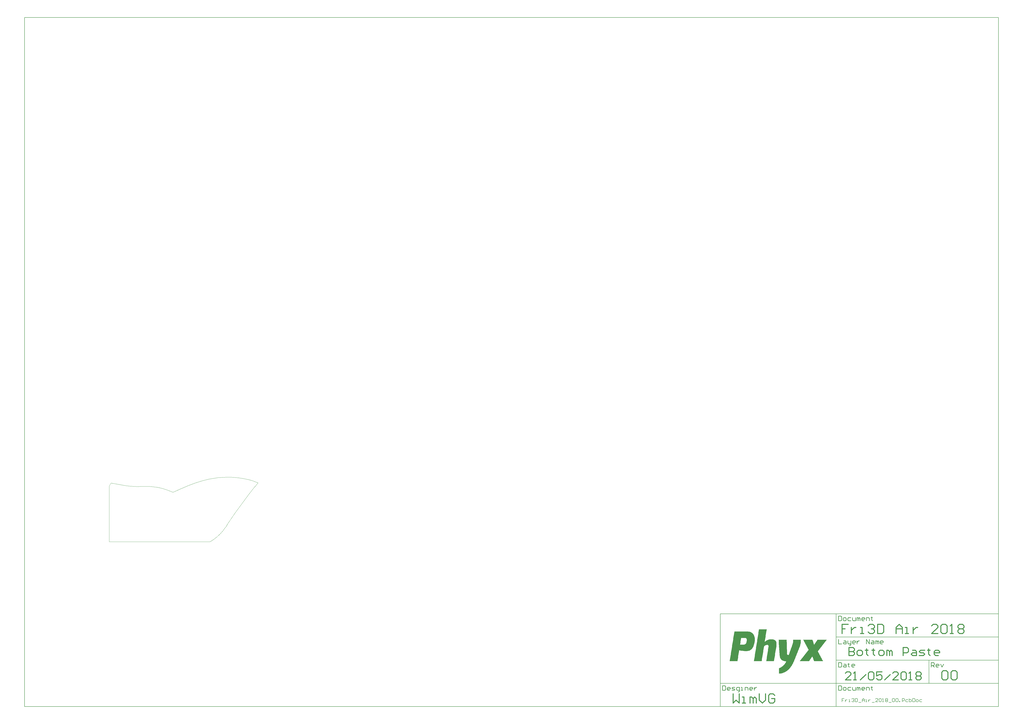
<source format=gbp>
G04*
G04 #@! TF.GenerationSoftware,Altium Limited,Altium Designer,18.1.6 (161)*
G04*
G04 Layer_Color=128*
%FSLAX25Y25*%
%MOIN*%
G70*
G01*
G75*
%ADD10C,0.00984*%
%ADD11C,0.00787*%
%ADD13C,0.00394*%
%ADD14C,0.01575*%
G36*
X913926Y-152365D02*
X915644D01*
Y-152651D01*
X916503D01*
Y-152937D01*
X917362D01*
Y-153224D01*
X918221D01*
Y-153510D01*
X918793D01*
Y-153796D01*
X919080D01*
Y-154083D01*
X919652D01*
Y-154369D01*
X919939D01*
Y-154655D01*
X920511D01*
Y-154942D01*
X920798D01*
Y-155228D01*
X921084D01*
Y-155514D01*
X921370D01*
Y-155801D01*
X921657D01*
Y-156087D01*
X921943D01*
Y-156373D01*
X922229D01*
Y-156659D01*
Y-156946D01*
X922515D01*
Y-157232D01*
X922802D01*
Y-157518D01*
Y-157805D01*
X923088D01*
Y-158091D01*
X923374D01*
Y-158377D01*
Y-158664D01*
X923661D01*
Y-158950D01*
Y-159236D01*
Y-159523D01*
X923947D01*
Y-159809D01*
Y-160095D01*
Y-160382D01*
X924233D01*
Y-160668D01*
Y-160954D01*
Y-161240D01*
Y-161527D01*
X924520D01*
Y-161813D01*
Y-162100D01*
Y-162386D01*
Y-162672D01*
Y-162958D01*
X924806D01*
Y-163245D01*
Y-163531D01*
Y-163817D01*
Y-164104D01*
Y-164390D01*
Y-164676D01*
Y-164963D01*
Y-165249D01*
Y-165535D01*
Y-165822D01*
Y-166108D01*
Y-166394D01*
Y-166681D01*
Y-166967D01*
Y-167253D01*
Y-167539D01*
Y-167826D01*
Y-168112D01*
Y-168398D01*
Y-168685D01*
X924520D01*
Y-168971D01*
Y-169257D01*
Y-169544D01*
Y-169830D01*
Y-170116D01*
Y-170403D01*
Y-170689D01*
X924233D01*
Y-170975D01*
Y-171262D01*
Y-171548D01*
Y-171834D01*
Y-172120D01*
X923947D01*
Y-172407D01*
Y-172693D01*
Y-172979D01*
Y-173266D01*
Y-173552D01*
X923661D01*
Y-173838D01*
Y-174125D01*
Y-174411D01*
X923374D01*
Y-174697D01*
Y-174984D01*
Y-175270D01*
Y-175556D01*
X923088D01*
Y-175842D01*
Y-176129D01*
Y-176415D01*
X922802D01*
Y-176701D01*
Y-176988D01*
X922515D01*
Y-177274D01*
Y-177560D01*
Y-177847D01*
X922229D01*
Y-178133D01*
Y-178419D01*
X921943D01*
Y-178706D01*
Y-178992D01*
X921657D01*
Y-179278D01*
Y-179565D01*
X921370D01*
Y-179851D01*
X921084D01*
Y-180137D01*
Y-180423D01*
X920798D01*
Y-180710D01*
X920511D01*
Y-180996D01*
X920225D01*
Y-181282D01*
Y-181569D01*
X919939D01*
Y-181855D01*
X919652D01*
Y-182141D01*
X919366D01*
Y-182428D01*
X919080D01*
Y-182714D01*
X918793D01*
Y-183000D01*
X918221D01*
Y-183287D01*
X917934D01*
Y-183573D01*
X917362D01*
Y-183859D01*
X917076D01*
Y-184146D01*
X916503D01*
Y-184432D01*
X915644D01*
Y-184718D01*
X914785D01*
Y-185004D01*
X913926D01*
Y-185291D01*
X912208D01*
Y-185577D01*
X907055D01*
Y-185291D01*
X904478D01*
Y-185004D01*
X902474D01*
Y-184718D01*
X901042D01*
Y-184432D01*
X899610D01*
Y-184146D01*
X898179D01*
Y-184432D01*
Y-184718D01*
Y-185004D01*
Y-185291D01*
Y-185577D01*
Y-185863D01*
Y-186150D01*
X897892D01*
Y-186436D01*
Y-186722D01*
Y-187009D01*
Y-187295D01*
Y-187581D01*
Y-187868D01*
X897606D01*
Y-188154D01*
Y-188440D01*
Y-188727D01*
Y-189013D01*
Y-189299D01*
Y-189585D01*
X897320D01*
Y-189872D01*
Y-190158D01*
Y-190444D01*
Y-190731D01*
Y-191017D01*
Y-191303D01*
Y-191590D01*
X897034D01*
Y-191876D01*
Y-192162D01*
Y-192449D01*
Y-192735D01*
Y-193021D01*
Y-193308D01*
X896747D01*
Y-193594D01*
Y-193880D01*
Y-194167D01*
Y-194453D01*
Y-194739D01*
Y-195025D01*
X896461D01*
Y-195312D01*
Y-195598D01*
Y-195884D01*
Y-196171D01*
Y-196457D01*
Y-196743D01*
Y-197030D01*
X896175D01*
Y-197316D01*
Y-197602D01*
Y-197889D01*
Y-198175D01*
Y-198461D01*
Y-198748D01*
X895888D01*
Y-199034D01*
Y-199320D01*
Y-199606D01*
Y-199893D01*
Y-200179D01*
Y-200465D01*
X895602D01*
Y-200752D01*
Y-201038D01*
Y-201324D01*
Y-201611D01*
Y-201897D01*
Y-202183D01*
Y-202470D01*
X882145D01*
Y-202183D01*
X882432D01*
Y-201897D01*
Y-201611D01*
Y-201324D01*
Y-201038D01*
Y-200752D01*
X882718D01*
Y-200465D01*
Y-200179D01*
Y-199893D01*
Y-199606D01*
Y-199320D01*
Y-199034D01*
Y-198748D01*
X883004D01*
Y-198461D01*
Y-198175D01*
Y-197889D01*
Y-197602D01*
Y-197316D01*
Y-197030D01*
X883291D01*
Y-196743D01*
Y-196457D01*
Y-196171D01*
Y-195884D01*
Y-195598D01*
Y-195312D01*
X883577D01*
Y-195025D01*
Y-194739D01*
Y-194453D01*
Y-194167D01*
Y-193880D01*
Y-193594D01*
Y-193308D01*
X883863D01*
Y-193021D01*
Y-192735D01*
Y-192449D01*
Y-192162D01*
Y-191876D01*
Y-191590D01*
X884149D01*
Y-191303D01*
Y-191017D01*
Y-190731D01*
Y-190444D01*
Y-190158D01*
Y-189872D01*
X884436D01*
Y-189585D01*
Y-189299D01*
Y-189013D01*
Y-188727D01*
Y-188440D01*
Y-188154D01*
X884722D01*
Y-187868D01*
Y-187581D01*
Y-187295D01*
Y-187009D01*
Y-186722D01*
Y-186436D01*
Y-186150D01*
X885009D01*
Y-185863D01*
Y-185577D01*
Y-185291D01*
Y-185004D01*
Y-184718D01*
Y-184432D01*
X885295D01*
Y-184146D01*
Y-183859D01*
Y-183573D01*
Y-183287D01*
Y-183000D01*
Y-182714D01*
X885581D01*
Y-182428D01*
Y-182141D01*
Y-181855D01*
Y-181569D01*
Y-181282D01*
Y-180996D01*
X885867D01*
Y-180710D01*
Y-180423D01*
Y-180137D01*
Y-179851D01*
Y-179565D01*
Y-179278D01*
Y-178992D01*
X886154D01*
Y-178706D01*
Y-178419D01*
Y-178133D01*
Y-177847D01*
Y-177560D01*
Y-177274D01*
X886440D01*
Y-176988D01*
Y-176701D01*
Y-176415D01*
Y-176129D01*
Y-175842D01*
Y-175556D01*
X886726D01*
Y-175270D01*
Y-174984D01*
Y-174697D01*
Y-174411D01*
Y-174125D01*
Y-173838D01*
Y-173552D01*
X887013D01*
Y-173266D01*
Y-172979D01*
Y-172693D01*
Y-172407D01*
Y-172120D01*
Y-171834D01*
X887299D01*
Y-171548D01*
Y-171262D01*
Y-170975D01*
Y-170689D01*
Y-170403D01*
Y-170116D01*
X887585D01*
Y-169830D01*
Y-169544D01*
Y-169257D01*
Y-168971D01*
Y-168685D01*
Y-168398D01*
X887872D01*
Y-168112D01*
Y-167826D01*
Y-167539D01*
Y-167253D01*
Y-166967D01*
Y-166681D01*
Y-166394D01*
X888158D01*
Y-166108D01*
Y-165822D01*
Y-165535D01*
Y-165249D01*
Y-164963D01*
Y-164676D01*
X888444D01*
Y-164390D01*
Y-164104D01*
Y-163817D01*
Y-163531D01*
Y-163245D01*
Y-162958D01*
X888731D01*
Y-162672D01*
Y-162386D01*
Y-162100D01*
Y-161813D01*
Y-161527D01*
Y-161240D01*
Y-160954D01*
X889017D01*
Y-160668D01*
Y-160382D01*
Y-160095D01*
Y-159809D01*
Y-159523D01*
Y-159236D01*
X889303D01*
Y-158950D01*
Y-158664D01*
Y-158377D01*
Y-158091D01*
Y-157805D01*
Y-157518D01*
X889590D01*
Y-157232D01*
Y-156946D01*
Y-156659D01*
Y-156373D01*
Y-156087D01*
Y-155801D01*
Y-155514D01*
X889876D01*
Y-155228D01*
Y-154942D01*
Y-154655D01*
Y-154369D01*
Y-154083D01*
Y-153796D01*
X890162D01*
Y-153510D01*
Y-153224D01*
Y-152937D01*
Y-152651D01*
Y-152365D01*
Y-152078D01*
X913926D01*
Y-152365D01*
D02*
G37*
G36*
X945134Y-148929D02*
Y-149215D01*
X944848D01*
Y-149502D01*
Y-149788D01*
Y-150074D01*
Y-150361D01*
Y-150647D01*
Y-150933D01*
X944561D01*
Y-151220D01*
Y-151506D01*
Y-151792D01*
Y-152078D01*
Y-152365D01*
Y-152651D01*
X944275D01*
Y-152937D01*
Y-153224D01*
Y-153510D01*
Y-153796D01*
Y-154083D01*
Y-154369D01*
Y-154655D01*
X943989D01*
Y-154942D01*
Y-155228D01*
Y-155514D01*
Y-155801D01*
Y-156087D01*
Y-156373D01*
X943703D01*
Y-156659D01*
Y-156946D01*
Y-157232D01*
Y-157518D01*
Y-157805D01*
Y-158091D01*
X943416D01*
Y-158377D01*
Y-158664D01*
Y-158950D01*
Y-159236D01*
Y-159523D01*
Y-159809D01*
Y-160095D01*
X943130D01*
Y-160382D01*
Y-160668D01*
Y-160954D01*
Y-161240D01*
Y-161527D01*
Y-161813D01*
X942844D01*
Y-162100D01*
Y-162386D01*
Y-162672D01*
Y-162958D01*
Y-163245D01*
Y-163531D01*
X942557D01*
Y-163817D01*
Y-164104D01*
Y-164390D01*
Y-164676D01*
Y-164963D01*
Y-165249D01*
X942271D01*
Y-165535D01*
Y-165822D01*
Y-166108D01*
Y-166394D01*
Y-166681D01*
Y-166967D01*
Y-167253D01*
X941985D01*
Y-167539D01*
Y-167826D01*
Y-168112D01*
Y-168398D01*
Y-168685D01*
Y-168971D01*
X941698D01*
Y-169257D01*
Y-169544D01*
X942271D01*
Y-169257D01*
X942557D01*
Y-168971D01*
X942844D01*
Y-168685D01*
X943416D01*
Y-168398D01*
X943703D01*
Y-168112D01*
X943989D01*
Y-167826D01*
X944561D01*
Y-167539D01*
X945134D01*
Y-167253D01*
X945420D01*
Y-166967D01*
X945993D01*
Y-166681D01*
X946852D01*
Y-166394D01*
X947425D01*
Y-166108D01*
X948284D01*
Y-165822D01*
X949715D01*
Y-165535D01*
X956014D01*
Y-165822D01*
X957159D01*
Y-166108D01*
X958018D01*
Y-166394D01*
X958591D01*
Y-166681D01*
X958877D01*
Y-166967D01*
X959450D01*
Y-167253D01*
X959736D01*
Y-167539D01*
X960022D01*
Y-167826D01*
X960309D01*
Y-168112D01*
X960595D01*
Y-168398D01*
Y-168685D01*
X960881D01*
Y-168971D01*
Y-169257D01*
X961168D01*
Y-169544D01*
Y-169830D01*
Y-170116D01*
X961454D01*
Y-170403D01*
Y-170689D01*
Y-170975D01*
Y-171262D01*
X961740D01*
Y-171548D01*
Y-171834D01*
Y-172120D01*
Y-172407D01*
Y-172693D01*
Y-172979D01*
Y-173266D01*
Y-173552D01*
Y-173838D01*
Y-174125D01*
Y-174411D01*
Y-174697D01*
Y-174984D01*
Y-175270D01*
Y-175556D01*
Y-175842D01*
Y-176129D01*
Y-176415D01*
X961454D01*
Y-176701D01*
Y-176988D01*
Y-177274D01*
Y-177560D01*
Y-177847D01*
Y-178133D01*
Y-178419D01*
X961168D01*
Y-178706D01*
Y-178992D01*
Y-179278D01*
Y-179565D01*
Y-179851D01*
Y-180137D01*
Y-180423D01*
X960881D01*
Y-180710D01*
Y-180996D01*
Y-181282D01*
Y-181569D01*
Y-181855D01*
Y-182141D01*
X960595D01*
Y-182428D01*
Y-182714D01*
Y-183000D01*
Y-183287D01*
Y-183573D01*
Y-183859D01*
X960309D01*
Y-184146D01*
Y-184432D01*
Y-184718D01*
Y-185004D01*
Y-185291D01*
Y-185577D01*
X960022D01*
Y-185863D01*
Y-186150D01*
Y-186436D01*
Y-186722D01*
Y-187009D01*
Y-187295D01*
Y-187581D01*
X959736D01*
Y-187868D01*
Y-188154D01*
Y-188440D01*
Y-188727D01*
Y-189013D01*
Y-189299D01*
X959450D01*
Y-189585D01*
Y-189872D01*
Y-190158D01*
Y-190444D01*
Y-190731D01*
Y-191017D01*
X959163D01*
Y-191303D01*
Y-191590D01*
Y-191876D01*
Y-192162D01*
Y-192449D01*
Y-192735D01*
Y-193021D01*
X958877D01*
Y-193308D01*
Y-193594D01*
Y-193880D01*
Y-194167D01*
Y-194453D01*
Y-194739D01*
X958591D01*
Y-195025D01*
Y-195312D01*
Y-195598D01*
Y-195884D01*
Y-196171D01*
Y-196457D01*
X958305D01*
Y-196743D01*
Y-197030D01*
Y-197316D01*
Y-197602D01*
Y-197889D01*
Y-198175D01*
X958018D01*
Y-198461D01*
Y-198748D01*
Y-199034D01*
Y-199320D01*
Y-199606D01*
Y-199893D01*
Y-200179D01*
X957732D01*
Y-200465D01*
Y-200752D01*
Y-201038D01*
Y-201324D01*
Y-201611D01*
Y-201897D01*
X957446D01*
Y-202183D01*
Y-202470D01*
X944275D01*
Y-202183D01*
Y-201897D01*
X944561D01*
Y-201611D01*
Y-201324D01*
Y-201038D01*
Y-200752D01*
Y-200465D01*
Y-200179D01*
X944848D01*
Y-199893D01*
Y-199606D01*
Y-199320D01*
Y-199034D01*
Y-198748D01*
Y-198461D01*
Y-198175D01*
X945134D01*
Y-197889D01*
Y-197602D01*
Y-197316D01*
Y-197030D01*
Y-196743D01*
Y-196457D01*
X945420D01*
Y-196171D01*
Y-195884D01*
Y-195598D01*
Y-195312D01*
Y-195025D01*
Y-194739D01*
X945707D01*
Y-194453D01*
Y-194167D01*
Y-193880D01*
Y-193594D01*
Y-193308D01*
Y-193021D01*
Y-192735D01*
X945993D01*
Y-192449D01*
Y-192162D01*
Y-191876D01*
Y-191590D01*
Y-191303D01*
Y-191017D01*
X946279D01*
Y-190731D01*
Y-190444D01*
Y-190158D01*
Y-189872D01*
Y-189585D01*
Y-189299D01*
Y-189013D01*
X946566D01*
Y-188727D01*
Y-188440D01*
Y-188154D01*
Y-187868D01*
Y-187581D01*
Y-187295D01*
X946852D01*
Y-187009D01*
Y-186722D01*
Y-186436D01*
Y-186150D01*
Y-185863D01*
Y-185577D01*
X947138D01*
Y-185291D01*
Y-185004D01*
Y-184718D01*
Y-184432D01*
Y-184146D01*
Y-183859D01*
X947425D01*
Y-183573D01*
Y-183287D01*
Y-183000D01*
Y-182714D01*
Y-182428D01*
Y-182141D01*
Y-181855D01*
X947711D01*
Y-181569D01*
Y-181282D01*
Y-180996D01*
Y-180710D01*
Y-180423D01*
Y-180137D01*
X947997D01*
Y-179851D01*
Y-179565D01*
Y-179278D01*
Y-178992D01*
Y-178706D01*
Y-178419D01*
Y-178133D01*
X948284D01*
Y-177847D01*
Y-177560D01*
Y-177274D01*
Y-176988D01*
Y-176701D01*
Y-176415D01*
X947997D01*
Y-176129D01*
Y-175842D01*
X947711D01*
Y-175556D01*
X947425D01*
Y-175270D01*
X946852D01*
Y-174984D01*
X945134D01*
Y-175270D01*
X943703D01*
Y-175556D01*
X942844D01*
Y-175842D01*
X942271D01*
Y-176129D01*
X941985D01*
Y-176415D01*
X941412D01*
Y-176701D01*
X941126D01*
Y-176988D01*
X940839D01*
Y-177274D01*
Y-177560D01*
X940553D01*
Y-177847D01*
Y-178133D01*
Y-178419D01*
X940267D01*
Y-178706D01*
Y-178992D01*
Y-179278D01*
Y-179565D01*
Y-179851D01*
Y-180137D01*
X939981D01*
Y-180423D01*
Y-180710D01*
Y-180996D01*
Y-181282D01*
Y-181569D01*
Y-181855D01*
Y-182141D01*
X939694D01*
Y-182428D01*
Y-182714D01*
Y-183000D01*
Y-183287D01*
Y-183573D01*
Y-183859D01*
X939408D01*
Y-184146D01*
Y-184432D01*
Y-184718D01*
Y-185004D01*
Y-185291D01*
Y-185577D01*
X939122D01*
Y-185863D01*
Y-186150D01*
Y-186436D01*
Y-186722D01*
Y-187009D01*
Y-187295D01*
X938835D01*
Y-187581D01*
Y-187868D01*
Y-188154D01*
Y-188440D01*
Y-188727D01*
Y-189013D01*
Y-189299D01*
X938549D01*
Y-189585D01*
Y-189872D01*
Y-190158D01*
Y-190444D01*
Y-190731D01*
Y-191017D01*
X938263D01*
Y-191303D01*
Y-191590D01*
Y-191876D01*
Y-192162D01*
Y-192449D01*
Y-192735D01*
X937976D01*
Y-193021D01*
Y-193308D01*
Y-193594D01*
Y-193880D01*
Y-194167D01*
Y-194453D01*
Y-194739D01*
X937690D01*
Y-195025D01*
Y-195312D01*
Y-195598D01*
Y-195884D01*
Y-196171D01*
Y-196457D01*
X937404D01*
Y-196743D01*
Y-197030D01*
Y-197316D01*
Y-197602D01*
Y-197889D01*
Y-198175D01*
X937117D01*
Y-198461D01*
Y-198748D01*
Y-199034D01*
Y-199320D01*
Y-199606D01*
Y-199893D01*
X936831D01*
Y-200179D01*
Y-200465D01*
Y-200752D01*
Y-201038D01*
Y-201324D01*
Y-201611D01*
Y-201897D01*
X936545D01*
Y-202183D01*
Y-202470D01*
X923374D01*
Y-202183D01*
Y-201897D01*
X923661D01*
Y-201611D01*
Y-201324D01*
Y-201038D01*
Y-200752D01*
Y-200465D01*
Y-200179D01*
Y-199893D01*
X923947D01*
Y-199606D01*
Y-199320D01*
Y-199034D01*
Y-198748D01*
Y-198461D01*
Y-198175D01*
X924233D01*
Y-197889D01*
Y-197602D01*
Y-197316D01*
Y-197030D01*
Y-196743D01*
Y-196457D01*
X924520D01*
Y-196171D01*
Y-195884D01*
Y-195598D01*
Y-195312D01*
Y-195025D01*
Y-194739D01*
Y-194453D01*
X924806D01*
Y-194167D01*
Y-193880D01*
Y-193594D01*
Y-193308D01*
Y-193021D01*
Y-192735D01*
X925092D01*
Y-192449D01*
Y-192162D01*
Y-191876D01*
Y-191590D01*
Y-191303D01*
Y-191017D01*
X925379D01*
Y-190731D01*
Y-190444D01*
Y-190158D01*
Y-189872D01*
Y-189585D01*
Y-189299D01*
X925665D01*
Y-189013D01*
Y-188727D01*
Y-188440D01*
Y-188154D01*
Y-187868D01*
Y-187581D01*
Y-187295D01*
X925951D01*
Y-187009D01*
Y-186722D01*
Y-186436D01*
Y-186150D01*
Y-185863D01*
Y-185577D01*
X926237D01*
Y-185291D01*
Y-185004D01*
Y-184718D01*
Y-184432D01*
Y-184146D01*
Y-183859D01*
X926524D01*
Y-183573D01*
Y-183287D01*
Y-183000D01*
Y-182714D01*
Y-182428D01*
Y-182141D01*
Y-181855D01*
X926810D01*
Y-181569D01*
Y-181282D01*
Y-180996D01*
Y-180710D01*
Y-180423D01*
Y-180137D01*
X927096D01*
Y-179851D01*
Y-179565D01*
Y-179278D01*
Y-178992D01*
Y-178706D01*
Y-178419D01*
X927383D01*
Y-178133D01*
Y-177847D01*
Y-177560D01*
Y-177274D01*
Y-176988D01*
Y-176701D01*
X927669D01*
Y-176415D01*
Y-176129D01*
Y-175842D01*
Y-175556D01*
Y-175270D01*
Y-174984D01*
Y-174697D01*
X927955D01*
Y-174411D01*
Y-174125D01*
Y-173838D01*
Y-173552D01*
Y-173266D01*
Y-172979D01*
X928242D01*
Y-172693D01*
Y-172407D01*
Y-172120D01*
Y-171834D01*
Y-171548D01*
Y-171262D01*
X928528D01*
Y-170975D01*
Y-170689D01*
Y-170403D01*
Y-170116D01*
Y-169830D01*
Y-169544D01*
X928814D01*
Y-169257D01*
Y-168971D01*
Y-168685D01*
Y-168398D01*
Y-168112D01*
Y-167826D01*
Y-167539D01*
X929101D01*
Y-167253D01*
Y-166967D01*
Y-166681D01*
Y-166394D01*
Y-166108D01*
Y-165822D01*
X929387D01*
Y-165535D01*
Y-165249D01*
Y-164963D01*
Y-164676D01*
Y-164390D01*
Y-164104D01*
X929673D01*
Y-163817D01*
Y-163531D01*
Y-163245D01*
Y-162958D01*
Y-162672D01*
Y-162386D01*
Y-162100D01*
X929960D01*
Y-161813D01*
Y-161527D01*
Y-161240D01*
Y-160954D01*
Y-160668D01*
Y-160382D01*
X930246D01*
Y-160095D01*
Y-159809D01*
Y-159523D01*
Y-159236D01*
Y-158950D01*
Y-158664D01*
X930532D01*
Y-158377D01*
Y-158091D01*
Y-157805D01*
Y-157518D01*
Y-157232D01*
Y-156946D01*
X930818D01*
Y-156659D01*
Y-156373D01*
Y-156087D01*
Y-155801D01*
Y-155514D01*
Y-155228D01*
Y-154942D01*
X931105D01*
Y-154655D01*
Y-154369D01*
Y-154083D01*
Y-153796D01*
Y-153510D01*
Y-153224D01*
X931391D01*
Y-152937D01*
Y-152651D01*
Y-152365D01*
Y-152078D01*
Y-151792D01*
Y-151506D01*
X931678D01*
Y-151220D01*
Y-150933D01*
Y-150647D01*
Y-150361D01*
Y-150074D01*
Y-149788D01*
Y-149502D01*
X931964D01*
Y-149215D01*
Y-148929D01*
Y-148643D01*
X945134D01*
Y-148929D01*
D02*
G37*
G36*
X1047062Y-166394D02*
X1046775D01*
Y-166681D01*
X1046489D01*
Y-166967D01*
Y-167253D01*
X1046203D01*
Y-167539D01*
X1045916D01*
Y-167826D01*
X1045630D01*
Y-168112D01*
Y-168398D01*
X1045344D01*
Y-168685D01*
X1045057D01*
Y-168971D01*
X1044771D01*
Y-169257D01*
X1044485D01*
Y-169544D01*
Y-169830D01*
X1044198D01*
Y-170116D01*
X1043912D01*
Y-170403D01*
X1043626D01*
Y-170689D01*
Y-170975D01*
X1043340D01*
Y-171262D01*
X1043053D01*
Y-171548D01*
X1042767D01*
Y-171834D01*
X1042480D01*
Y-172120D01*
Y-172407D01*
X1042194D01*
Y-172693D01*
X1041908D01*
Y-172979D01*
X1041622D01*
Y-173266D01*
Y-173552D01*
X1041335D01*
Y-173838D01*
X1041049D01*
Y-174125D01*
X1040763D01*
Y-174411D01*
Y-174697D01*
X1040476D01*
Y-174984D01*
X1040190D01*
Y-175270D01*
X1039904D01*
Y-175556D01*
X1039617D01*
Y-175842D01*
Y-176129D01*
X1039331D01*
Y-176415D01*
X1039045D01*
Y-176701D01*
X1038758D01*
Y-176988D01*
Y-177274D01*
X1038472D01*
Y-177560D01*
X1038186D01*
Y-177847D01*
X1037899D01*
Y-178133D01*
Y-178419D01*
X1037613D01*
Y-178706D01*
X1037327D01*
Y-178992D01*
X1037041D01*
Y-179278D01*
X1036754D01*
Y-179565D01*
Y-179851D01*
X1036468D01*
Y-180137D01*
X1036182D01*
Y-180423D01*
X1035895D01*
Y-180710D01*
Y-180996D01*
X1035609D01*
Y-181282D01*
X1035323D01*
Y-181569D01*
X1035036D01*
Y-181855D01*
Y-182141D01*
X1034750D01*
Y-182428D01*
X1034464D01*
Y-182714D01*
X1034177D01*
Y-183000D01*
X1033891D01*
Y-183287D01*
Y-183573D01*
X1033605D01*
Y-183859D01*
X1033319D01*
Y-184146D01*
X1033032D01*
Y-184432D01*
Y-184718D01*
X1032746D01*
Y-185004D01*
X1032460D01*
Y-185291D01*
X1032173D01*
Y-185577D01*
X1031887D01*
Y-185863D01*
Y-186150D01*
X1032173D01*
Y-186436D01*
Y-186722D01*
X1032460D01*
Y-187009D01*
Y-187295D01*
X1032746D01*
Y-187581D01*
X1033032D01*
Y-187868D01*
Y-188154D01*
X1033319D01*
Y-188440D01*
Y-188727D01*
X1033605D01*
Y-189013D01*
Y-189299D01*
X1033891D01*
Y-189585D01*
Y-189872D01*
X1034177D01*
Y-190158D01*
Y-190444D01*
X1034464D01*
Y-190731D01*
Y-191017D01*
X1034750D01*
Y-191303D01*
Y-191590D01*
X1035036D01*
Y-191876D01*
Y-192162D01*
X1035323D01*
Y-192449D01*
X1035609D01*
Y-192735D01*
Y-193021D01*
X1035895D01*
Y-193308D01*
Y-193594D01*
X1036182D01*
Y-193880D01*
Y-194167D01*
X1036468D01*
Y-194453D01*
Y-194739D01*
X1036754D01*
Y-195025D01*
Y-195312D01*
X1037041D01*
Y-195598D01*
Y-195884D01*
X1037327D01*
Y-196171D01*
Y-196457D01*
X1037613D01*
Y-196743D01*
X1037899D01*
Y-197030D01*
Y-197316D01*
X1038186D01*
Y-197602D01*
Y-197889D01*
X1038472D01*
Y-198175D01*
Y-198461D01*
X1038758D01*
Y-198748D01*
Y-199034D01*
X1039045D01*
Y-199320D01*
Y-199606D01*
X1039331D01*
Y-199893D01*
Y-200179D01*
X1039617D01*
Y-200465D01*
Y-200752D01*
X1039904D01*
Y-201038D01*
X1040190D01*
Y-201324D01*
Y-201611D01*
X1040476D01*
Y-201897D01*
Y-202183D01*
X1040763D01*
Y-202470D01*
X1025588D01*
Y-202183D01*
X1025302D01*
Y-201897D01*
Y-201611D01*
Y-201324D01*
X1025016D01*
Y-201038D01*
Y-200752D01*
Y-200465D01*
X1024729D01*
Y-200179D01*
Y-199893D01*
X1024443D01*
Y-199606D01*
Y-199320D01*
Y-199034D01*
X1024156D01*
Y-198748D01*
Y-198461D01*
Y-198175D01*
X1023870D01*
Y-197889D01*
Y-197602D01*
X1023584D01*
Y-197316D01*
Y-197030D01*
Y-196743D01*
X1023298D01*
Y-196457D01*
Y-196171D01*
Y-195884D01*
X1023011D01*
Y-195598D01*
Y-195312D01*
Y-195025D01*
X1022725D01*
Y-194739D01*
X1022152D01*
Y-195025D01*
Y-195312D01*
X1021866D01*
Y-195598D01*
X1021580D01*
Y-195884D01*
Y-196171D01*
X1021293D01*
Y-196457D01*
X1021007D01*
Y-196743D01*
Y-197030D01*
X1020721D01*
Y-197316D01*
X1020434D01*
Y-197602D01*
Y-197889D01*
X1020148D01*
Y-198175D01*
X1019862D01*
Y-198461D01*
X1019576D01*
Y-198748D01*
Y-199034D01*
X1019289D01*
Y-199320D01*
X1019003D01*
Y-199606D01*
Y-199893D01*
X1018717D01*
Y-200179D01*
X1018430D01*
Y-200465D01*
Y-200752D01*
X1018144D01*
Y-201038D01*
X1017858D01*
Y-201324D01*
Y-201611D01*
X1017571D01*
Y-201897D01*
X1017285D01*
Y-202183D01*
Y-202470D01*
X1001252D01*
Y-202183D01*
X1001538D01*
Y-201897D01*
X1001824D01*
Y-201611D01*
X1002110D01*
Y-201324D01*
X1002397D01*
Y-201038D01*
Y-200752D01*
X1002683D01*
Y-200465D01*
X1002969D01*
Y-200179D01*
X1003256D01*
Y-199893D01*
X1003542D01*
Y-199606D01*
Y-199320D01*
X1003828D01*
Y-199034D01*
X1004115D01*
Y-198748D01*
X1004401D01*
Y-198461D01*
Y-198175D01*
X1004687D01*
Y-197889D01*
X1004974D01*
Y-197602D01*
X1005260D01*
Y-197316D01*
X1005546D01*
Y-197030D01*
Y-196743D01*
X1005832D01*
Y-196457D01*
X1006119D01*
Y-196171D01*
X1006405D01*
Y-195884D01*
X1006691D01*
Y-195598D01*
Y-195312D01*
X1006978D01*
Y-195025D01*
X1007264D01*
Y-194739D01*
X1007550D01*
Y-194453D01*
Y-194167D01*
X1007837D01*
Y-193880D01*
X1008123D01*
Y-193594D01*
X1008409D01*
Y-193308D01*
X1008696D01*
Y-193021D01*
Y-192735D01*
X1008982D01*
Y-192449D01*
X1009268D01*
Y-192162D01*
X1009555D01*
Y-191876D01*
Y-191590D01*
X1009841D01*
Y-191303D01*
X1010127D01*
Y-191017D01*
X1010413D01*
Y-190731D01*
X1010700D01*
Y-190444D01*
Y-190158D01*
X1010986D01*
Y-189872D01*
X1011272D01*
Y-189585D01*
X1011559D01*
Y-189299D01*
Y-189013D01*
X1011845D01*
Y-188727D01*
X1012131D01*
Y-188440D01*
X1012418D01*
Y-188154D01*
X1012704D01*
Y-187868D01*
Y-187581D01*
X1012990D01*
Y-187295D01*
X1013277D01*
Y-187009D01*
X1013563D01*
Y-186722D01*
X1013849D01*
Y-186436D01*
Y-186150D01*
X1014136D01*
Y-185863D01*
X1014422D01*
Y-185577D01*
X1014708D01*
Y-185291D01*
Y-185004D01*
X1014995D01*
Y-184718D01*
X1015281D01*
Y-184432D01*
X1015567D01*
Y-184146D01*
X1015853D01*
Y-183859D01*
Y-183573D01*
X1016140D01*
Y-183287D01*
Y-183000D01*
Y-182714D01*
X1015853D01*
Y-182428D01*
X1015567D01*
Y-182141D01*
Y-181855D01*
X1015281D01*
Y-181569D01*
Y-181282D01*
X1014995D01*
Y-180996D01*
Y-180710D01*
X1014708D01*
Y-180423D01*
Y-180137D01*
X1014422D01*
Y-179851D01*
Y-179565D01*
X1014136D01*
Y-179278D01*
Y-178992D01*
X1013849D01*
Y-178706D01*
X1013563D01*
Y-178419D01*
Y-178133D01*
X1013277D01*
Y-177847D01*
Y-177560D01*
X1012990D01*
Y-177274D01*
Y-176988D01*
X1012704D01*
Y-176701D01*
Y-176415D01*
X1012418D01*
Y-176129D01*
Y-175842D01*
X1012131D01*
Y-175556D01*
Y-175270D01*
X1011845D01*
Y-174984D01*
X1011559D01*
Y-174697D01*
Y-174411D01*
X1011272D01*
Y-174125D01*
Y-173838D01*
X1010986D01*
Y-173552D01*
Y-173266D01*
X1010700D01*
Y-172979D01*
Y-172693D01*
X1010413D01*
Y-172407D01*
Y-172120D01*
X1010127D01*
Y-171834D01*
Y-171548D01*
X1009841D01*
Y-171262D01*
Y-170975D01*
X1009555D01*
Y-170689D01*
X1009268D01*
Y-170403D01*
Y-170116D01*
X1008982D01*
Y-169830D01*
Y-169544D01*
X1008696D01*
Y-169257D01*
Y-168971D01*
X1008409D01*
Y-168685D01*
Y-168398D01*
X1008123D01*
Y-168112D01*
Y-167826D01*
X1007837D01*
Y-167539D01*
Y-167253D01*
X1007550D01*
Y-166967D01*
X1007264D01*
Y-166681D01*
Y-166394D01*
X1006978D01*
Y-166108D01*
X1022725D01*
Y-166394D01*
X1023011D01*
Y-166681D01*
Y-166967D01*
Y-167253D01*
X1023298D01*
Y-167539D01*
Y-167826D01*
Y-168112D01*
X1023584D01*
Y-168398D01*
Y-168685D01*
Y-168971D01*
X1023870D01*
Y-169257D01*
Y-169544D01*
Y-169830D01*
X1024156D01*
Y-170116D01*
Y-170403D01*
Y-170689D01*
X1024443D01*
Y-170975D01*
Y-171262D01*
Y-171548D01*
X1024729D01*
Y-171834D01*
Y-172120D01*
Y-172407D01*
X1025016D01*
Y-172693D01*
Y-172979D01*
Y-173266D01*
X1025302D01*
Y-173552D01*
Y-173838D01*
Y-174125D01*
Y-174411D01*
X1025874D01*
Y-174125D01*
X1026161D01*
Y-173838D01*
X1026447D01*
Y-173552D01*
Y-173266D01*
X1026733D01*
Y-172979D01*
X1027020D01*
Y-172693D01*
Y-172407D01*
X1027306D01*
Y-172120D01*
X1027592D01*
Y-171834D01*
Y-171548D01*
X1027879D01*
Y-171262D01*
X1028165D01*
Y-170975D01*
Y-170689D01*
X1028451D01*
Y-170403D01*
X1028738D01*
Y-170116D01*
Y-169830D01*
X1029024D01*
Y-169544D01*
X1029310D01*
Y-169257D01*
Y-168971D01*
X1029597D01*
Y-168685D01*
X1029883D01*
Y-168398D01*
Y-168112D01*
X1030169D01*
Y-167826D01*
X1030455D01*
Y-167539D01*
Y-167253D01*
X1030742D01*
Y-166967D01*
X1031028D01*
Y-166681D01*
Y-166394D01*
X1031314D01*
Y-166108D01*
X1047062D01*
Y-166394D01*
D02*
G37*
G36*
X1002969D02*
Y-166681D01*
Y-166967D01*
Y-167253D01*
Y-167539D01*
Y-167826D01*
Y-168112D01*
Y-168398D01*
Y-168685D01*
Y-168971D01*
Y-169257D01*
Y-169544D01*
Y-169830D01*
Y-170116D01*
Y-170403D01*
Y-170689D01*
Y-170975D01*
Y-171262D01*
Y-171548D01*
Y-171834D01*
Y-172120D01*
X1002683D01*
Y-172407D01*
Y-172693D01*
Y-172979D01*
Y-173266D01*
Y-173552D01*
X1002397D01*
Y-173838D01*
Y-174125D01*
Y-174411D01*
Y-174697D01*
X1002110D01*
Y-174984D01*
Y-175270D01*
Y-175556D01*
Y-175842D01*
X1001824D01*
Y-176129D01*
Y-176415D01*
Y-176701D01*
X1001538D01*
Y-176988D01*
Y-177274D01*
Y-177560D01*
X1001252D01*
Y-177847D01*
Y-178133D01*
Y-178419D01*
X1000965D01*
Y-178706D01*
Y-178992D01*
Y-179278D01*
X1000679D01*
Y-179565D01*
Y-179851D01*
X1000393D01*
Y-180137D01*
Y-180423D01*
X1000106D01*
Y-180710D01*
Y-180996D01*
Y-181282D01*
X999820D01*
Y-181569D01*
Y-181855D01*
X999534D01*
Y-182141D01*
Y-182428D01*
Y-182714D01*
X999247D01*
Y-183000D01*
Y-183287D01*
X998961D01*
Y-183573D01*
Y-183859D01*
Y-184146D01*
X998675D01*
Y-184432D01*
Y-184718D01*
X998388D01*
Y-185004D01*
Y-185291D01*
Y-185577D01*
X998102D01*
Y-185863D01*
Y-186150D01*
X997816D01*
Y-186436D01*
Y-186722D01*
Y-187009D01*
X997529D01*
Y-187295D01*
Y-187581D01*
X997243D01*
Y-187868D01*
Y-188154D01*
Y-188440D01*
X996957D01*
Y-188727D01*
Y-189013D01*
X996671D01*
Y-189299D01*
Y-189585D01*
Y-189872D01*
X996384D01*
Y-190158D01*
Y-190444D01*
X996098D01*
Y-190731D01*
Y-191017D01*
Y-191303D01*
X995811D01*
Y-191590D01*
Y-191876D01*
X995525D01*
Y-192162D01*
Y-192449D01*
Y-192735D01*
X995239D01*
Y-193021D01*
Y-193308D01*
X994953D01*
Y-193594D01*
Y-193880D01*
Y-194167D01*
X994666D01*
Y-194453D01*
Y-194739D01*
X994380D01*
Y-195025D01*
Y-195312D01*
Y-195598D01*
X994094D01*
Y-195884D01*
Y-196171D01*
X993807D01*
Y-196457D01*
Y-196743D01*
Y-197030D01*
X993521D01*
Y-197316D01*
Y-197602D01*
X993235D01*
Y-197889D01*
Y-198175D01*
Y-198461D01*
X992948D01*
Y-198748D01*
Y-199034D01*
X992662D01*
Y-199320D01*
Y-199606D01*
Y-199893D01*
X992376D01*
Y-200179D01*
Y-200465D01*
X992089D01*
Y-200752D01*
Y-201038D01*
Y-201324D01*
X991803D01*
Y-201611D01*
Y-201897D01*
X991517D01*
Y-202183D01*
Y-202470D01*
Y-202756D01*
X991230D01*
Y-203042D01*
Y-203328D01*
X990944D01*
Y-203615D01*
Y-203901D01*
X990658D01*
Y-204187D01*
Y-204474D01*
X990372D01*
Y-204760D01*
Y-205046D01*
Y-205333D01*
X990085D01*
Y-205619D01*
X989799D01*
Y-205905D01*
Y-206192D01*
Y-206478D01*
X989513D01*
Y-206764D01*
X989226D01*
Y-207051D01*
Y-207337D01*
X988940D01*
Y-207623D01*
Y-207909D01*
X988654D01*
Y-208196D01*
Y-208482D01*
X988367D01*
Y-208769D01*
Y-209055D01*
X988081D01*
Y-209341D01*
X987795D01*
Y-209627D01*
Y-209914D01*
X987508D01*
Y-210200D01*
Y-210486D01*
X987222D01*
Y-210773D01*
X986936D01*
Y-211059D01*
X986650D01*
Y-211345D01*
Y-211632D01*
X986363D01*
Y-211918D01*
X986077D01*
Y-212204D01*
Y-212491D01*
X985791D01*
Y-212777D01*
X985504D01*
Y-213063D01*
X985218D01*
Y-213350D01*
Y-213636D01*
X984932D01*
Y-213922D01*
X984645D01*
Y-214208D01*
X984359D01*
Y-214495D01*
X984073D01*
Y-214781D01*
X983786D01*
Y-215067D01*
Y-215354D01*
X983500D01*
Y-215640D01*
X983214D01*
Y-215926D01*
X982928D01*
Y-216213D01*
X982641D01*
Y-216499D01*
X982355D01*
Y-216785D01*
X982069D01*
Y-217072D01*
X981782D01*
Y-217358D01*
X981210D01*
Y-217644D01*
X980923D01*
Y-217931D01*
X980637D01*
Y-218217D01*
X980351D01*
Y-218503D01*
X980064D01*
Y-218789D01*
X979492D01*
Y-219076D01*
X979205D01*
Y-219362D01*
X978633D01*
Y-219648D01*
X978347D01*
Y-219935D01*
X977774D01*
Y-220221D01*
X977487D01*
Y-220507D01*
X976915D01*
Y-220794D01*
X976342D01*
Y-221080D01*
X975770D01*
Y-221366D01*
X975197D01*
Y-221653D01*
X974624D01*
Y-221939D01*
X973765D01*
Y-222225D01*
X973193D01*
Y-222512D01*
X972334D01*
Y-222798D01*
X971189D01*
Y-223084D01*
X970043D01*
Y-223370D01*
X968326D01*
Y-223657D01*
X966321D01*
Y-223943D01*
X966035D01*
Y-223657D01*
Y-223370D01*
Y-223084D01*
Y-222798D01*
Y-222512D01*
Y-222225D01*
Y-221939D01*
Y-221653D01*
Y-221366D01*
Y-221080D01*
Y-220794D01*
Y-220507D01*
Y-220221D01*
Y-219935D01*
Y-219648D01*
Y-219362D01*
Y-219076D01*
Y-218789D01*
Y-218503D01*
Y-218217D01*
Y-217931D01*
Y-217644D01*
Y-217358D01*
Y-217072D01*
Y-216785D01*
Y-216499D01*
Y-216213D01*
Y-215926D01*
Y-215640D01*
Y-215354D01*
Y-215067D01*
Y-214781D01*
Y-214495D01*
X966608D01*
Y-214208D01*
X967180D01*
Y-213922D01*
X967753D01*
Y-213636D01*
X968326D01*
Y-213350D01*
X968898D01*
Y-213063D01*
X969471D01*
Y-212777D01*
X969757D01*
Y-212491D01*
X970330D01*
Y-212204D01*
X970616D01*
Y-211918D01*
X971189D01*
Y-211632D01*
X971475D01*
Y-211345D01*
X971761D01*
Y-211059D01*
X972334D01*
Y-210773D01*
X972620D01*
Y-210486D01*
X972906D01*
Y-210200D01*
X973193D01*
Y-209914D01*
X973479D01*
Y-209627D01*
X973765D01*
Y-209341D01*
X974052D01*
Y-209055D01*
X974338D01*
Y-208769D01*
X974624D01*
Y-208482D01*
X974911D01*
Y-208196D01*
X975197D01*
Y-207909D01*
X975483D01*
Y-207623D01*
Y-207337D01*
X975770D01*
Y-207051D01*
X976056D01*
Y-206764D01*
X976342D01*
Y-206478D01*
Y-206192D01*
X976629D01*
Y-205905D01*
X976915D01*
Y-205619D01*
Y-205333D01*
X977201D01*
Y-205046D01*
Y-204760D01*
X977487D01*
Y-204474D01*
X977774D01*
Y-204187D01*
Y-203901D01*
X978060D01*
Y-203615D01*
Y-203328D01*
X978347D01*
Y-203042D01*
Y-202756D01*
X976629D01*
Y-202470D01*
X974624D01*
Y-202183D01*
X973479D01*
Y-201897D01*
X972906D01*
Y-201611D01*
X972048D01*
Y-201324D01*
X971475D01*
Y-201038D01*
X971189D01*
Y-200752D01*
X970616D01*
Y-200465D01*
X970330D01*
Y-200179D01*
X970043D01*
Y-199893D01*
X969757D01*
Y-199606D01*
X969471D01*
Y-199320D01*
X969184D01*
Y-199034D01*
Y-198748D01*
X968898D01*
Y-198461D01*
X968612D01*
Y-198175D01*
Y-197889D01*
X968326D01*
Y-197602D01*
Y-197316D01*
X968039D01*
Y-197030D01*
Y-196743D01*
X967753D01*
Y-196457D01*
Y-196171D01*
Y-195884D01*
X967467D01*
Y-195598D01*
Y-195312D01*
Y-195025D01*
Y-194739D01*
X967180D01*
Y-194453D01*
Y-194167D01*
Y-193880D01*
Y-193594D01*
Y-193308D01*
Y-193021D01*
Y-192735D01*
X966894D01*
Y-192449D01*
Y-192162D01*
Y-191876D01*
Y-191590D01*
Y-191303D01*
Y-191017D01*
Y-190731D01*
Y-190444D01*
Y-190158D01*
Y-189872D01*
Y-189585D01*
Y-189299D01*
Y-189013D01*
Y-188727D01*
Y-188440D01*
X966608D01*
Y-188154D01*
Y-187868D01*
Y-187581D01*
Y-187295D01*
Y-187009D01*
Y-186722D01*
Y-186436D01*
Y-186150D01*
Y-185863D01*
Y-185577D01*
Y-185291D01*
Y-185004D01*
Y-184718D01*
Y-184432D01*
Y-184146D01*
X966321D01*
Y-183859D01*
Y-183573D01*
Y-183287D01*
Y-183000D01*
Y-182714D01*
Y-182428D01*
Y-182141D01*
Y-181855D01*
Y-181569D01*
Y-181282D01*
Y-180996D01*
Y-180710D01*
Y-180423D01*
Y-180137D01*
Y-179851D01*
Y-179565D01*
X966035D01*
Y-179278D01*
Y-178992D01*
Y-178706D01*
Y-178419D01*
Y-178133D01*
Y-177847D01*
Y-177560D01*
Y-177274D01*
Y-176988D01*
Y-176701D01*
Y-176415D01*
Y-176129D01*
Y-175842D01*
Y-175556D01*
Y-175270D01*
Y-174984D01*
X965749D01*
Y-174697D01*
Y-174411D01*
Y-174125D01*
Y-173838D01*
Y-173552D01*
Y-173266D01*
Y-172979D01*
Y-172693D01*
Y-172407D01*
Y-172120D01*
Y-171834D01*
Y-171548D01*
Y-171262D01*
Y-170975D01*
X965462D01*
Y-170689D01*
Y-170403D01*
Y-170116D01*
Y-169830D01*
Y-169544D01*
Y-169257D01*
Y-168971D01*
Y-168685D01*
Y-168398D01*
Y-168112D01*
Y-167826D01*
Y-167539D01*
Y-167253D01*
Y-166967D01*
Y-166681D01*
Y-166394D01*
X965176D01*
Y-166108D01*
X978919D01*
Y-166394D01*
Y-166681D01*
Y-166967D01*
Y-167253D01*
Y-167539D01*
Y-167826D01*
Y-168112D01*
Y-168398D01*
Y-168685D01*
Y-168971D01*
Y-169257D01*
Y-169544D01*
Y-169830D01*
Y-170116D01*
X979205D01*
Y-170403D01*
Y-170689D01*
Y-170975D01*
Y-171262D01*
Y-171548D01*
Y-171834D01*
Y-172120D01*
Y-172407D01*
Y-172693D01*
Y-172979D01*
Y-173266D01*
Y-173552D01*
Y-173838D01*
Y-174125D01*
Y-174411D01*
Y-174697D01*
Y-174984D01*
Y-175270D01*
Y-175556D01*
Y-175842D01*
Y-176129D01*
Y-176415D01*
Y-176701D01*
Y-176988D01*
Y-177274D01*
Y-177560D01*
Y-177847D01*
Y-178133D01*
Y-178419D01*
Y-178706D01*
Y-178992D01*
Y-179278D01*
Y-179565D01*
Y-179851D01*
Y-180137D01*
Y-180423D01*
Y-180710D01*
Y-180996D01*
Y-181282D01*
Y-181569D01*
Y-181855D01*
X979492D01*
Y-182141D01*
X979205D01*
Y-182428D01*
Y-182714D01*
X979492D01*
Y-183000D01*
Y-183287D01*
Y-183573D01*
Y-183859D01*
Y-184146D01*
Y-184432D01*
Y-184718D01*
Y-185004D01*
Y-185291D01*
Y-185577D01*
Y-185863D01*
Y-186150D01*
Y-186436D01*
Y-186722D01*
Y-187009D01*
Y-187295D01*
Y-187581D01*
Y-187868D01*
Y-188154D01*
Y-188440D01*
Y-188727D01*
Y-189013D01*
Y-189299D01*
Y-189585D01*
Y-189872D01*
Y-190158D01*
X979778D01*
Y-190444D01*
Y-190731D01*
Y-191017D01*
X980064D01*
Y-191303D01*
X980351D01*
Y-191590D01*
X980637D01*
Y-191876D01*
X981496D01*
Y-192162D01*
X982355D01*
Y-191876D01*
X982641D01*
Y-191590D01*
Y-191303D01*
Y-191017D01*
X982928D01*
Y-190731D01*
Y-190444D01*
X983214D01*
Y-190158D01*
Y-189872D01*
Y-189585D01*
X983500D01*
Y-189299D01*
Y-189013D01*
Y-188727D01*
X983786D01*
Y-188440D01*
Y-188154D01*
Y-187868D01*
X984073D01*
Y-187581D01*
Y-187295D01*
Y-187009D01*
X984359D01*
Y-186722D01*
Y-186436D01*
X984645D01*
Y-186150D01*
Y-185863D01*
Y-185577D01*
X984932D01*
Y-185291D01*
Y-185004D01*
Y-184718D01*
X985218D01*
Y-184432D01*
Y-184146D01*
Y-183859D01*
X985504D01*
Y-183573D01*
Y-183287D01*
X985791D01*
Y-183000D01*
Y-182714D01*
Y-182428D01*
X986077D01*
Y-182141D01*
Y-181855D01*
Y-181569D01*
X986363D01*
Y-181282D01*
Y-180996D01*
Y-180710D01*
X986650D01*
Y-180423D01*
Y-180137D01*
X986936D01*
Y-179851D01*
Y-179565D01*
Y-179278D01*
X987222D01*
Y-178992D01*
Y-178706D01*
Y-178419D01*
X987508D01*
Y-178133D01*
Y-177847D01*
Y-177560D01*
X987795D01*
Y-177274D01*
Y-176988D01*
X988081D01*
Y-176701D01*
Y-176415D01*
Y-176129D01*
X988367D01*
Y-175842D01*
Y-175556D01*
Y-175270D01*
X988654D01*
Y-174984D01*
Y-174697D01*
Y-174411D01*
X988940D01*
Y-174125D01*
Y-173838D01*
Y-173552D01*
Y-173266D01*
X989226D01*
Y-172979D01*
Y-172693D01*
Y-172407D01*
Y-172120D01*
X989513D01*
Y-171834D01*
Y-171548D01*
Y-171262D01*
Y-170975D01*
Y-170689D01*
X989799D01*
Y-170403D01*
Y-170116D01*
Y-169830D01*
Y-169544D01*
Y-169257D01*
Y-168971D01*
X990085D01*
Y-168685D01*
Y-168398D01*
Y-168112D01*
Y-167826D01*
Y-167539D01*
Y-167253D01*
Y-166967D01*
Y-166681D01*
Y-166394D01*
Y-166108D01*
X1002969D01*
Y-166394D01*
D02*
G37*
%LPC*%
G36*
X909631Y-163245D02*
X901615D01*
Y-163531D01*
Y-163817D01*
Y-164104D01*
Y-164390D01*
Y-164676D01*
X901328D01*
Y-164963D01*
Y-165249D01*
Y-165535D01*
Y-165822D01*
Y-166108D01*
Y-166394D01*
X901042D01*
Y-166681D01*
Y-166967D01*
Y-167253D01*
Y-167539D01*
Y-167826D01*
Y-168112D01*
X900756D01*
Y-168398D01*
Y-168685D01*
Y-168971D01*
Y-169257D01*
Y-169544D01*
Y-169830D01*
X900469D01*
Y-170116D01*
Y-170403D01*
Y-170689D01*
Y-170975D01*
Y-171262D01*
Y-171548D01*
Y-171834D01*
X900183D01*
Y-172120D01*
Y-172407D01*
Y-172693D01*
Y-172979D01*
Y-173266D01*
Y-173552D01*
X899897D01*
Y-173838D01*
Y-174125D01*
Y-174411D01*
X907055D01*
Y-174125D01*
X908200D01*
Y-173838D01*
X908772D01*
Y-173552D01*
X909059D01*
Y-173266D01*
X909345D01*
Y-172979D01*
X909631D01*
Y-172693D01*
X909918D01*
Y-172407D01*
Y-172120D01*
X910204D01*
Y-171834D01*
Y-171548D01*
X910490D01*
Y-171262D01*
Y-170975D01*
X910777D01*
Y-170689D01*
Y-170403D01*
Y-170116D01*
Y-169830D01*
X911063D01*
Y-169544D01*
Y-169257D01*
Y-168971D01*
Y-168685D01*
Y-168398D01*
X911349D01*
Y-168112D01*
Y-167826D01*
Y-167539D01*
Y-167253D01*
Y-166967D01*
Y-166681D01*
Y-166394D01*
Y-166108D01*
Y-165822D01*
Y-165535D01*
Y-165249D01*
X911063D01*
Y-164963D01*
Y-164676D01*
X910777D01*
Y-164390D01*
Y-164104D01*
X910490D01*
Y-163817D01*
X910204D01*
Y-163531D01*
X909631D01*
Y-163245D01*
D02*
G37*
%LPD*%
D10*
X1224409Y-212598D02*
Y-204727D01*
X1228345D01*
X1229657Y-206039D01*
Y-208663D01*
X1228345Y-209975D01*
X1224409D01*
X1227033D02*
X1229657Y-212598D01*
X1236217D02*
X1233593D01*
X1232281Y-211286D01*
Y-208663D01*
X1233593Y-207351D01*
X1236217D01*
X1237529Y-208663D01*
Y-209975D01*
X1232281D01*
X1240152Y-207351D02*
X1242776Y-212598D01*
X1245400Y-207351D01*
X870079Y-244097D02*
Y-251969D01*
X874014D01*
X875326Y-250657D01*
Y-245409D01*
X874014Y-244097D01*
X870079D01*
X881886Y-251969D02*
X879262D01*
X877950Y-250657D01*
Y-248033D01*
X879262Y-246721D01*
X881886D01*
X883198Y-248033D01*
Y-249345D01*
X877950D01*
X885822Y-251969D02*
X889757D01*
X891069Y-250657D01*
X889757Y-249345D01*
X887134D01*
X885822Y-248033D01*
X887134Y-246721D01*
X891069D01*
X896317Y-254592D02*
X897629D01*
X898941Y-253280D01*
Y-246721D01*
X895005D01*
X893693Y-248033D01*
Y-250657D01*
X895005Y-251969D01*
X898941D01*
X901565D02*
X904189D01*
X902877D01*
Y-246721D01*
X901565D01*
X908124Y-251969D02*
Y-246721D01*
X912060D01*
X913372Y-248033D01*
Y-251969D01*
X919931D02*
X917308D01*
X915996Y-250657D01*
Y-248033D01*
X917308Y-246721D01*
X919931D01*
X921243Y-248033D01*
Y-249345D01*
X915996D01*
X923867Y-246721D02*
Y-251969D01*
Y-249345D01*
X925179Y-248033D01*
X926491Y-246721D01*
X927803D01*
X1066929Y-125987D02*
Y-133858D01*
X1070865D01*
X1072177Y-132546D01*
Y-127299D01*
X1070865Y-125987D01*
X1066929D01*
X1076112Y-133858D02*
X1078736D01*
X1080048Y-132546D01*
Y-129922D01*
X1078736Y-128611D01*
X1076112D01*
X1074801Y-129922D01*
Y-132546D01*
X1076112Y-133858D01*
X1087920Y-128611D02*
X1083984D01*
X1082672Y-129922D01*
Y-132546D01*
X1083984Y-133858D01*
X1087920D01*
X1090544Y-128611D02*
Y-132546D01*
X1091856Y-133858D01*
X1095791D01*
Y-128611D01*
X1098415Y-133858D02*
Y-128611D01*
X1099727D01*
X1101039Y-129922D01*
Y-133858D01*
Y-129922D01*
X1102351Y-128611D01*
X1103663Y-129922D01*
Y-133858D01*
X1110222D02*
X1107598D01*
X1106287Y-132546D01*
Y-129922D01*
X1107598Y-128611D01*
X1110222D01*
X1111534Y-129922D01*
Y-131234D01*
X1106287D01*
X1114158Y-133858D02*
Y-128611D01*
X1118094D01*
X1119406Y-129922D01*
Y-133858D01*
X1123341Y-127299D02*
Y-128611D01*
X1122029D01*
X1124653D01*
X1123341D01*
Y-132546D01*
X1124653Y-133858D01*
X1066929Y-165357D02*
Y-173228D01*
X1072177D01*
X1076112Y-167981D02*
X1078736D01*
X1080048Y-169293D01*
Y-173228D01*
X1076112D01*
X1074801Y-171916D01*
X1076112Y-170605D01*
X1080048D01*
X1082672Y-167981D02*
Y-171916D01*
X1083984Y-173228D01*
X1087920D01*
Y-174540D01*
X1086608Y-175852D01*
X1085296D01*
X1087920Y-173228D02*
Y-167981D01*
X1094479Y-173228D02*
X1091856D01*
X1090544Y-171916D01*
Y-169293D01*
X1091856Y-167981D01*
X1094479D01*
X1095791Y-169293D01*
Y-170605D01*
X1090544D01*
X1098415Y-167981D02*
Y-173228D01*
Y-170605D01*
X1099727Y-169293D01*
X1101039Y-167981D01*
X1102351D01*
X1114158Y-173228D02*
Y-165357D01*
X1119406Y-173228D01*
Y-165357D01*
X1123341Y-167981D02*
X1125965D01*
X1127277Y-169293D01*
Y-173228D01*
X1123341D01*
X1122029Y-171916D01*
X1123341Y-170605D01*
X1127277D01*
X1129901Y-173228D02*
Y-167981D01*
X1131213D01*
X1132525Y-169293D01*
Y-173228D01*
Y-169293D01*
X1133837Y-167981D01*
X1135149Y-169293D01*
Y-173228D01*
X1141708D02*
X1139084D01*
X1137772Y-171916D01*
Y-169293D01*
X1139084Y-167981D01*
X1141708D01*
X1143020Y-169293D01*
Y-170605D01*
X1137772D01*
X1066929Y-204727D02*
Y-212598D01*
X1070865D01*
X1072177Y-211286D01*
Y-206039D01*
X1070865Y-204727D01*
X1066929D01*
X1076112Y-207351D02*
X1078736D01*
X1080048Y-208663D01*
Y-212598D01*
X1076112D01*
X1074801Y-211286D01*
X1076112Y-209975D01*
X1080048D01*
X1083984Y-206039D02*
Y-207351D01*
X1082672D01*
X1085296D01*
X1083984D01*
Y-211286D01*
X1085296Y-212598D01*
X1093167D02*
X1090544D01*
X1089232Y-211286D01*
Y-208663D01*
X1090544Y-207351D01*
X1093167D01*
X1094479Y-208663D01*
Y-209975D01*
X1089232D01*
X1066929Y-244097D02*
Y-251969D01*
X1070865D01*
X1072177Y-250657D01*
Y-245409D01*
X1070865Y-244097D01*
X1066929D01*
X1076112Y-251969D02*
X1078736D01*
X1080048Y-250657D01*
Y-248033D01*
X1078736Y-246721D01*
X1076112D01*
X1074801Y-248033D01*
Y-250657D01*
X1076112Y-251969D01*
X1087920Y-246721D02*
X1083984D01*
X1082672Y-248033D01*
Y-250657D01*
X1083984Y-251969D01*
X1087920D01*
X1090544Y-246721D02*
Y-250657D01*
X1091856Y-251969D01*
X1095791D01*
Y-246721D01*
X1098415Y-251969D02*
Y-246721D01*
X1099727D01*
X1101039Y-248033D01*
Y-251969D01*
Y-248033D01*
X1102351Y-246721D01*
X1103663Y-248033D01*
Y-251969D01*
X1110222D02*
X1107598D01*
X1106287Y-250657D01*
Y-248033D01*
X1107598Y-246721D01*
X1110222D01*
X1111534Y-248033D01*
Y-249345D01*
X1106287D01*
X1114158Y-251969D02*
Y-246721D01*
X1118094D01*
X1119406Y-248033D01*
Y-251969D01*
X1123341Y-245409D02*
Y-246721D01*
X1122029D01*
X1124653D01*
X1123341D01*
Y-250657D01*
X1124653Y-251969D01*
D11*
X1220472Y-240158D02*
Y-200787D01*
X1062992Y-161417D02*
X1338583D01*
X1062992Y-200787D02*
X1338583D01*
X866142Y-240158D02*
X1338583D01*
X866142Y-122047D02*
X1338583D01*
X866142Y-279527D02*
Y-122047D01*
X1062992Y-279527D02*
Y-122047D01*
X-314961Y889764D02*
X1338583D01*
Y-279527D02*
Y889764D01*
X-314961Y-279527D02*
Y889764D01*
Y-279527D02*
X1338583D01*
X1076770Y-265750D02*
X1072835D01*
Y-268702D01*
X1074802D01*
X1072835D01*
Y-271654D01*
X1078738Y-267718D02*
Y-271654D01*
Y-269686D01*
X1079722Y-268702D01*
X1080706Y-267718D01*
X1081690D01*
X1084642Y-271654D02*
X1086610D01*
X1085626D01*
Y-267718D01*
X1084642D01*
X1089561Y-266734D02*
X1090545Y-265750D01*
X1092513D01*
X1093497Y-266734D01*
Y-267718D01*
X1092513Y-268702D01*
X1091529D01*
X1092513D01*
X1093497Y-269686D01*
Y-270670D01*
X1092513Y-271654D01*
X1090545D01*
X1089561Y-270670D01*
X1095465Y-265750D02*
Y-271654D01*
X1098417D01*
X1099401Y-270670D01*
Y-266734D01*
X1098417Y-265750D01*
X1095465D01*
X1101369Y-272638D02*
X1105304D01*
X1107272Y-271654D02*
Y-267718D01*
X1109240Y-265750D01*
X1111208Y-267718D01*
Y-271654D01*
Y-268702D01*
X1107272D01*
X1113176Y-271654D02*
X1115144D01*
X1114160D01*
Y-267718D01*
X1113176D01*
X1118096D02*
Y-271654D01*
Y-269686D01*
X1119079Y-268702D01*
X1120063Y-267718D01*
X1121047D01*
X1123999Y-272638D02*
X1127935D01*
X1133838Y-271654D02*
X1129903D01*
X1133838Y-267718D01*
Y-266734D01*
X1132855Y-265750D01*
X1130887D01*
X1129903Y-266734D01*
X1135806D02*
X1136790Y-265750D01*
X1138758D01*
X1139742Y-266734D01*
Y-270670D01*
X1138758Y-271654D01*
X1136790D01*
X1135806Y-270670D01*
Y-266734D01*
X1141710Y-271654D02*
X1143678D01*
X1142694D01*
Y-265750D01*
X1141710Y-266734D01*
X1146630D02*
X1147614Y-265750D01*
X1149582D01*
X1150565Y-266734D01*
Y-267718D01*
X1149582Y-268702D01*
X1150565Y-269686D01*
Y-270670D01*
X1149582Y-271654D01*
X1147614D01*
X1146630Y-270670D01*
Y-269686D01*
X1147614Y-268702D01*
X1146630Y-267718D01*
Y-266734D01*
X1147614Y-268702D02*
X1149582D01*
X1152533Y-272638D02*
X1156469D01*
X1158437Y-266734D02*
X1159421Y-265750D01*
X1161389D01*
X1162373Y-266734D01*
Y-270670D01*
X1161389Y-271654D01*
X1159421D01*
X1158437Y-270670D01*
Y-266734D01*
X1164340D02*
X1165324Y-265750D01*
X1167292D01*
X1168276Y-266734D01*
Y-270670D01*
X1167292Y-271654D01*
X1165324D01*
X1164340Y-270670D01*
Y-266734D01*
X1170244Y-271654D02*
Y-270670D01*
X1171228D01*
Y-271654D01*
X1170244D01*
X1175164D02*
Y-265750D01*
X1178115D01*
X1179099Y-266734D01*
Y-268702D01*
X1178115Y-269686D01*
X1175164D01*
X1185003Y-267718D02*
X1182051D01*
X1181067Y-268702D01*
Y-270670D01*
X1182051Y-271654D01*
X1185003D01*
X1186971Y-265750D02*
Y-271654D01*
X1189923D01*
X1190907Y-270670D01*
Y-269686D01*
Y-268702D01*
X1189923Y-267718D01*
X1186971D01*
X1192875Y-265750D02*
Y-271654D01*
X1195826D01*
X1196810Y-270670D01*
Y-266734D01*
X1195826Y-265750D01*
X1192875D01*
X1199762Y-271654D02*
X1201730D01*
X1202714Y-270670D01*
Y-268702D01*
X1201730Y-267718D01*
X1199762D01*
X1198778Y-268702D01*
Y-270670D01*
X1199762Y-271654D01*
X1208617Y-267718D02*
X1205666D01*
X1204682Y-268702D01*
Y-270670D01*
X1205666Y-271654D01*
X1208617D01*
D13*
X65645Y105419D02*
G03*
X29580Y109708I-35786J-147126D01*
G01*
X-88943Y92377D02*
G03*
X-111792Y94155I-21300J-126048D01*
G01*
X6465Y4267D02*
G03*
X26524Y25136I-44106J62472D01*
G01*
X65569Y80260D02*
G03*
X42780Y49348I799750J-613435D01*
G01*
X-72921Y87933D02*
G03*
X-88943Y92377I-32623J-86515D01*
G01*
X-1944Y106376D02*
G03*
X-25719Y99585I45459J-204182D01*
G01*
X-36240Y95657D02*
G03*
X-54715Y87767I178444J-443420D01*
G01*
X29580Y109708D02*
G03*
X-1944Y106376I-76J-150031D01*
G01*
X-143418Y95246D02*
G03*
X-134538Y94265I22956J167117D01*
G01*
X42780Y49348D02*
G03*
X30413Y31246I544208J-385077D01*
G01*
X-62909Y84017D02*
G03*
X-54854Y87628I-79796J188795D01*
G01*
X-25719Y99585D02*
G03*
X-36240Y95657I86484J-247670D01*
G01*
X0Y0D02*
G03*
X6465Y4267I-49823J82511D01*
G01*
X76518Y94294D02*
G03*
X65569Y80260I689746J-549456D01*
G01*
X-164285Y99015D02*
G03*
X-143418Y95246I57900J260881D01*
G01*
X-134538Y94265D02*
G03*
X-125818Y93877I9143J107375D01*
G01*
X-65686Y85128D02*
G03*
X-72921Y87933I-109610J-271954D01*
G01*
X30413Y31246D02*
G03*
X28804Y28755I97495J-64732D01*
G01*
X71748Y103718D02*
G03*
X65645Y105419I-31323J-100583D01*
G01*
X74157Y102904D02*
G03*
X71748Y103718I-15399J-41594D01*
G01*
X-170256Y96377D02*
X-168312Y99988D01*
X-65686Y85128D02*
X-62909Y84017D01*
X76518Y94294D02*
X81379Y100265D01*
X-171368Y94155D02*
X-170256Y96377D01*
X-116024Y94097D02*
X-113891Y94139D01*
X-111792Y94155D01*
X-122624Y93877D02*
X-118191Y94035D01*
X74157Y102904D02*
X81379Y100265D01*
X-168312Y99988D02*
X-164285Y99015D01*
X28033Y27527D02*
X28804Y28755D01*
X27275Y26318D02*
X28033Y27527D01*
X-125818Y93877D02*
X-122624D01*
X-118191Y94035D02*
X-116024Y94097D01*
X-54854Y87628D02*
X-54715Y87767D01*
X26524Y25136D02*
X27275Y26318D01*
X-171368Y0D02*
X0D01*
X-171368D02*
Y94155D01*
D14*
X1084646Y-179138D02*
Y-192913D01*
X1091533D01*
X1093829Y-190618D01*
Y-188322D01*
X1091533Y-186026D01*
X1084646D01*
X1091533D01*
X1093829Y-183730D01*
Y-181434D01*
X1091533Y-179138D01*
X1084646D01*
X1100717Y-192913D02*
X1105308D01*
X1107604Y-190618D01*
Y-186026D01*
X1105308Y-183730D01*
X1100717D01*
X1098421Y-186026D01*
Y-190618D01*
X1100717Y-192913D01*
X1114492Y-181434D02*
Y-183730D01*
X1112196D01*
X1116788D01*
X1114492D01*
Y-190618D01*
X1116788Y-192913D01*
X1125971Y-181434D02*
Y-183730D01*
X1123675D01*
X1128267D01*
X1125971D01*
Y-190618D01*
X1128267Y-192913D01*
X1137450D02*
X1142042D01*
X1144338Y-190618D01*
Y-186026D01*
X1142042Y-183730D01*
X1137450D01*
X1135154Y-186026D01*
Y-190618D01*
X1137450Y-192913D01*
X1148929D02*
Y-183730D01*
X1151225D01*
X1153521Y-186026D01*
Y-192913D01*
Y-186026D01*
X1155817Y-183730D01*
X1158113Y-186026D01*
Y-192913D01*
X1176480D02*
Y-179138D01*
X1183367D01*
X1185663Y-181434D01*
Y-186026D01*
X1183367Y-188322D01*
X1176480D01*
X1192550Y-183730D02*
X1197142D01*
X1199438Y-186026D01*
Y-192913D01*
X1192550D01*
X1190255Y-190618D01*
X1192550Y-188322D01*
X1199438D01*
X1204030Y-192913D02*
X1210917D01*
X1213213Y-190618D01*
X1210917Y-188322D01*
X1206326D01*
X1204030Y-186026D01*
X1206326Y-183730D01*
X1213213D01*
X1220101Y-181434D02*
Y-183730D01*
X1217805D01*
X1222396D01*
X1220101D01*
Y-190618D01*
X1222396Y-192913D01*
X1236172D02*
X1231580D01*
X1229284Y-190618D01*
Y-186026D01*
X1231580Y-183730D01*
X1236172D01*
X1238467Y-186026D01*
Y-188322D01*
X1229284D01*
X887795Y-257879D02*
Y-273622D01*
X893043Y-268374D01*
X898291Y-273622D01*
Y-257879D01*
X903538Y-273622D02*
X908786D01*
X906162D01*
Y-263127D01*
X903538D01*
X916657Y-273622D02*
Y-263127D01*
X919281D01*
X921905Y-265751D01*
Y-273622D01*
Y-265751D01*
X924529Y-263127D01*
X927153Y-265751D01*
Y-273622D01*
X932400Y-257879D02*
Y-268374D01*
X937648Y-273622D01*
X942896Y-268374D01*
Y-257879D01*
X958638Y-260503D02*
X956015Y-257879D01*
X950767D01*
X948143Y-260503D01*
Y-270998D01*
X950767Y-273622D01*
X956015D01*
X958638Y-270998D01*
Y-265751D01*
X953391D01*
X1242126Y-221133D02*
X1244750Y-218509D01*
X1249998D01*
X1252621Y-221133D01*
Y-231628D01*
X1249998Y-234252D01*
X1244750D01*
X1242126Y-231628D01*
Y-221133D01*
X1257869D02*
X1260493Y-218509D01*
X1265740D01*
X1268364Y-221133D01*
Y-231628D01*
X1265740Y-234252D01*
X1260493D01*
X1257869Y-231628D01*
Y-221133D01*
X1087924Y-234252D02*
X1078740D01*
X1087924Y-225069D01*
Y-222773D01*
X1085628Y-220477D01*
X1081036D01*
X1078740Y-222773D01*
X1092515Y-234252D02*
X1097107D01*
X1094811D01*
Y-220477D01*
X1092515Y-222773D01*
X1103994Y-234252D02*
X1113178Y-225069D01*
X1117770Y-222773D02*
X1120065Y-220477D01*
X1124657D01*
X1126953Y-222773D01*
Y-231956D01*
X1124657Y-234252D01*
X1120065D01*
X1117770Y-231956D01*
Y-222773D01*
X1140728Y-220477D02*
X1131545D01*
Y-227364D01*
X1136136Y-225069D01*
X1138432D01*
X1140728Y-227364D01*
Y-231956D01*
X1138432Y-234252D01*
X1133840D01*
X1131545Y-231956D01*
X1145320Y-234252D02*
X1154503Y-225069D01*
X1168278Y-234252D02*
X1159095D01*
X1168278Y-225069D01*
Y-222773D01*
X1165982Y-220477D01*
X1161391D01*
X1159095Y-222773D01*
X1172870D02*
X1175166Y-220477D01*
X1179757D01*
X1182053Y-222773D01*
Y-231956D01*
X1179757Y-234252D01*
X1175166D01*
X1172870Y-231956D01*
Y-222773D01*
X1186645Y-234252D02*
X1191237D01*
X1188941D01*
Y-220477D01*
X1186645Y-222773D01*
X1198124D02*
X1200420Y-220477D01*
X1205012D01*
X1207308Y-222773D01*
Y-225069D01*
X1205012Y-227364D01*
X1207308Y-229660D01*
Y-231956D01*
X1205012Y-234252D01*
X1200420D01*
X1198124Y-231956D01*
Y-229660D01*
X1200420Y-227364D01*
X1198124Y-225069D01*
Y-222773D01*
X1200420Y-227364D02*
X1205012D01*
X1083330Y-139769D02*
X1072835D01*
Y-147640D01*
X1078082D01*
X1072835D01*
Y-155512D01*
X1088578Y-145017D02*
Y-155512D01*
Y-150264D01*
X1091201Y-147640D01*
X1093825Y-145017D01*
X1096449D01*
X1104321Y-155512D02*
X1109568D01*
X1106944D01*
Y-145017D01*
X1104321D01*
X1117440Y-142393D02*
X1120063Y-139769D01*
X1125311D01*
X1127935Y-142393D01*
Y-145017D01*
X1125311Y-147640D01*
X1122687D01*
X1125311D01*
X1127935Y-150264D01*
Y-152888D01*
X1125311Y-155512D01*
X1120063D01*
X1117440Y-152888D01*
X1133183Y-139769D02*
Y-155512D01*
X1141054D01*
X1143678Y-152888D01*
Y-142393D01*
X1141054Y-139769D01*
X1133183D01*
X1164668Y-155512D02*
Y-145017D01*
X1169916Y-139769D01*
X1175164Y-145017D01*
Y-155512D01*
Y-147640D01*
X1164668D01*
X1180411Y-155512D02*
X1185659D01*
X1183035D01*
Y-145017D01*
X1180411D01*
X1193530D02*
Y-155512D01*
Y-150264D01*
X1196154Y-147640D01*
X1198778Y-145017D01*
X1201402D01*
X1235512Y-155512D02*
X1225016D01*
X1235512Y-145017D01*
Y-142393D01*
X1232888Y-139769D01*
X1227640D01*
X1225016Y-142393D01*
X1240759D02*
X1243383Y-139769D01*
X1248631D01*
X1251255Y-142393D01*
Y-152888D01*
X1248631Y-155512D01*
X1243383D01*
X1240759Y-152888D01*
Y-142393D01*
X1256502Y-155512D02*
X1261750D01*
X1259126D01*
Y-139769D01*
X1256502Y-142393D01*
X1269621D02*
X1272245Y-139769D01*
X1277493D01*
X1280117Y-142393D01*
Y-145017D01*
X1277493Y-147640D01*
X1280117Y-150264D01*
Y-152888D01*
X1277493Y-155512D01*
X1272245D01*
X1269621Y-152888D01*
Y-150264D01*
X1272245Y-147640D01*
X1269621Y-145017D01*
Y-142393D01*
X1272245Y-147640D02*
X1277493D01*
M02*

</source>
